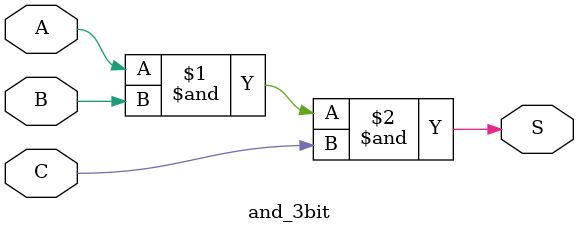
<source format=v>
module and_3bit (A, B, C, S);
//-------------Input Ports Declarations-----------------------------
input A, B, C;
//-------------Output Ports Declarations-----------------------------
output S;
//-------------Logic-----------------------------------------------
assign S = A & B & C ;
endmodule
</source>
